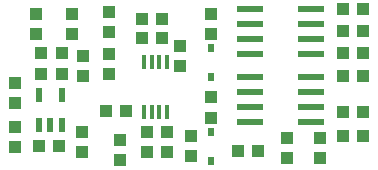
<source format=gtp>
G04 (created by PCBNEW (2013-jul-07)-stable) date Mon 28 Dec 2015 12:48:25 PM PST*
%MOIN*%
G04 Gerber Fmt 3.4, Leading zero omitted, Abs format*
%FSLAX34Y34*%
G01*
G70*
G90*
G04 APERTURE LIST*
%ADD10C,0.00393701*%
%ADD11R,0.0393X0.0433*%
%ADD12R,0.0433X0.0393*%
%ADD13R,0.0866X0.0236*%
%ADD14R,0.0236X0.0314*%
%ADD15R,0.0216X0.0472*%
%ADD16R,0.0118X0.0472*%
G04 APERTURE END LIST*
G54D10*
G54D11*
X60331Y-40666D03*
X60331Y-39998D03*
G54D12*
X62851Y-44132D03*
X62851Y-44800D03*
X64721Y-42064D03*
X65389Y-42064D03*
G54D13*
X61631Y-40357D03*
X63677Y-40357D03*
X61631Y-39857D03*
X61631Y-40857D03*
X61631Y-41357D03*
X63677Y-39857D03*
X63677Y-40857D03*
X63677Y-41357D03*
G54D12*
X59307Y-41061D03*
X59307Y-41729D03*
G54D14*
X60331Y-42123D03*
X60331Y-41139D03*
G54D11*
X54504Y-40666D03*
X54504Y-39998D03*
X53796Y-42321D03*
X53796Y-42989D03*
X53796Y-43777D03*
X53796Y-44445D03*
G54D12*
X61217Y-44584D03*
X61885Y-44584D03*
G54D11*
X56945Y-41336D03*
X56945Y-42004D03*
X57515Y-43245D03*
X56847Y-43245D03*
G54D12*
X54603Y-44426D03*
X55271Y-44426D03*
X55685Y-39998D03*
X55685Y-40666D03*
G54D15*
X54603Y-43717D03*
X54977Y-43717D03*
X55351Y-43717D03*
X55351Y-42695D03*
X54603Y-42695D03*
G54D12*
X55350Y-42025D03*
X54682Y-42025D03*
X54682Y-41316D03*
X55350Y-41316D03*
X56040Y-44603D03*
X56040Y-43935D03*
X56079Y-42083D03*
X56079Y-41415D03*
G54D11*
X60331Y-43461D03*
X60331Y-42793D03*
G54D12*
X63953Y-44132D03*
X63953Y-44800D03*
X64721Y-41316D03*
X65389Y-41316D03*
G54D13*
X61631Y-42602D03*
X63677Y-42602D03*
X61631Y-42102D03*
X61631Y-43102D03*
X61631Y-43602D03*
X63677Y-42102D03*
X63677Y-43102D03*
X63677Y-43602D03*
G54D12*
X59662Y-44092D03*
X59662Y-44760D03*
G54D14*
X60331Y-44918D03*
X60331Y-43934D03*
G54D12*
X56945Y-39958D03*
X56945Y-40626D03*
G54D11*
X58028Y-40174D03*
X58696Y-40174D03*
G54D12*
X58696Y-40804D03*
X58028Y-40804D03*
G54D16*
X58097Y-41627D03*
X58353Y-41627D03*
X58608Y-41627D03*
X58864Y-41627D03*
X58864Y-43289D03*
X58608Y-43289D03*
X58353Y-43289D03*
X58097Y-43289D03*
G54D12*
X57299Y-44210D03*
X57299Y-44878D03*
G54D11*
X58854Y-43954D03*
X58186Y-43954D03*
G54D12*
X58186Y-44623D03*
X58854Y-44623D03*
X64721Y-40568D03*
X65389Y-40568D03*
X64721Y-43285D03*
X65389Y-43285D03*
X65389Y-39859D03*
X64721Y-39859D03*
X64721Y-44072D03*
X65389Y-44072D03*
M02*

</source>
